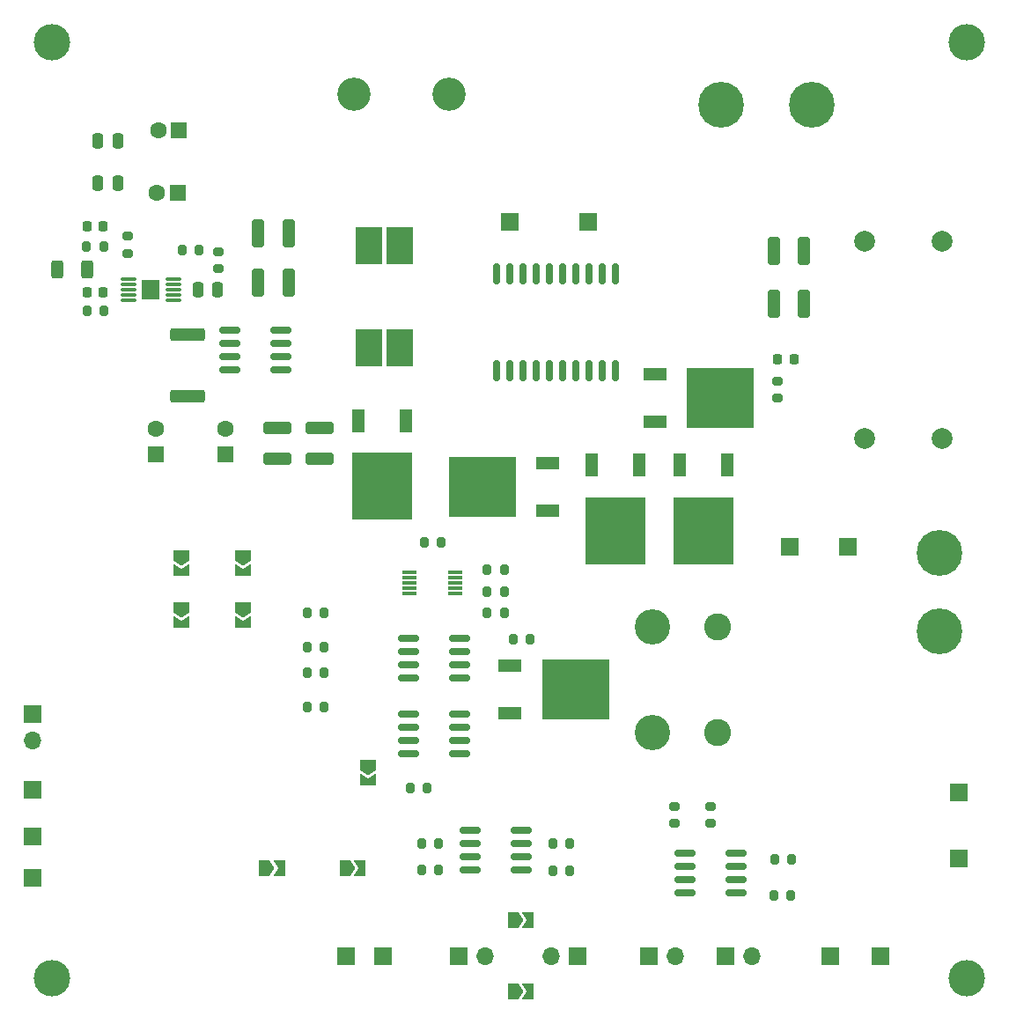
<source format=gbr>
%TF.GenerationSoftware,KiCad,Pcbnew,(6.0.1)*%
%TF.CreationDate,2022-03-29T14:06:02-05:00*%
%TF.ProjectId,power_board,706f7765-725f-4626-9f61-72642e6b6963,rev?*%
%TF.SameCoordinates,Original*%
%TF.FileFunction,Soldermask,Top*%
%TF.FilePolarity,Negative*%
%FSLAX46Y46*%
G04 Gerber Fmt 4.6, Leading zero omitted, Abs format (unit mm)*
G04 Created by KiCad (PCBNEW (6.0.1)) date 2022-03-29 14:06:02*
%MOMM*%
%LPD*%
G01*
G04 APERTURE LIST*
G04 Aperture macros list*
%AMRoundRect*
0 Rectangle with rounded corners*
0 $1 Rounding radius*
0 $2 $3 $4 $5 $6 $7 $8 $9 X,Y pos of 4 corners*
0 Add a 4 corners polygon primitive as box body*
4,1,4,$2,$3,$4,$5,$6,$7,$8,$9,$2,$3,0*
0 Add four circle primitives for the rounded corners*
1,1,$1+$1,$2,$3*
1,1,$1+$1,$4,$5*
1,1,$1+$1,$6,$7*
1,1,$1+$1,$8,$9*
0 Add four rect primitives between the rounded corners*
20,1,$1+$1,$2,$3,$4,$5,0*
20,1,$1+$1,$4,$5,$6,$7,0*
20,1,$1+$1,$6,$7,$8,$9,0*
20,1,$1+$1,$8,$9,$2,$3,0*%
%AMFreePoly0*
4,1,6,1.000000,0.000000,0.500000,-0.750000,-0.500000,-0.750000,-0.500000,0.750000,0.500000,0.750000,1.000000,0.000000,1.000000,0.000000,$1*%
%AMFreePoly1*
4,1,6,0.500000,-0.750000,-0.650000,-0.750000,-0.150000,0.000000,-0.650000,0.750000,0.500000,0.750000,0.500000,-0.750000,0.500000,-0.750000,$1*%
G04 Aperture macros list end*
%ADD10R,1.700000X1.700000*%
%ADD11O,1.700000X1.700000*%
%ADD12RoundRect,0.200000X-0.275000X0.200000X-0.275000X-0.200000X0.275000X-0.200000X0.275000X0.200000X0*%
%ADD13C,3.200000*%
%ADD14RoundRect,0.150000X-0.825000X-0.150000X0.825000X-0.150000X0.825000X0.150000X-0.825000X0.150000X0*%
%ADD15RoundRect,0.250000X-0.325000X-1.100000X0.325000X-1.100000X0.325000X1.100000X-0.325000X1.100000X0*%
%ADD16RoundRect,0.200000X-0.200000X-0.275000X0.200000X-0.275000X0.200000X0.275000X-0.200000X0.275000X0*%
%ADD17RoundRect,0.200000X0.275000X-0.200000X0.275000X0.200000X-0.275000X0.200000X-0.275000X-0.200000X0*%
%ADD18R,1.200000X2.200000*%
%ADD19R,5.800000X6.400000*%
%ADD20RoundRect,0.250000X-1.100000X0.325000X-1.100000X-0.325000X1.100000X-0.325000X1.100000X0.325000X0*%
%ADD21FreePoly0,0.000000*%
%ADD22FreePoly1,0.000000*%
%ADD23RoundRect,0.200000X0.200000X0.275000X-0.200000X0.275000X-0.200000X-0.275000X0.200000X-0.275000X0*%
%ADD24R,1.400000X0.300000*%
%ADD25R,2.200000X1.200000*%
%ADD26R,6.400000X5.800000*%
%ADD27RoundRect,0.250000X0.250000X0.475000X-0.250000X0.475000X-0.250000X-0.475000X0.250000X-0.475000X0*%
%ADD28C,4.400000*%
%ADD29RoundRect,0.225000X-0.225000X-0.250000X0.225000X-0.250000X0.225000X0.250000X-0.225000X0.250000X0*%
%ADD30C,2.600000*%
%ADD31C,3.400000*%
%ADD32C,3.500000*%
%ADD33RoundRect,0.250000X-1.425000X0.362500X-1.425000X-0.362500X1.425000X-0.362500X1.425000X0.362500X0*%
%ADD34R,1.600000X1.600000*%
%ADD35C,1.600000*%
%ADD36RoundRect,0.250000X-0.312500X-0.625000X0.312500X-0.625000X0.312500X0.625000X-0.312500X0.625000X0*%
%ADD37RoundRect,0.250000X0.325000X1.100000X-0.325000X1.100000X-0.325000X-1.100000X0.325000X-1.100000X0*%
%ADD38FreePoly0,270.000000*%
%ADD39FreePoly1,270.000000*%
%ADD40C,2.000000*%
%ADD41RoundRect,0.250000X-0.250000X-0.475000X0.250000X-0.475000X0.250000X0.475000X-0.250000X0.475000X0*%
%ADD42RoundRect,0.075000X-0.650000X-0.075000X0.650000X-0.075000X0.650000X0.075000X-0.650000X0.075000X0*%
%ADD43R,1.680000X1.880000*%
%ADD44RoundRect,0.225000X0.225000X0.250000X-0.225000X0.250000X-0.225000X-0.250000X0.225000X-0.250000X0*%
%ADD45R,2.540000X3.530600*%
%ADD46RoundRect,0.150000X-0.150000X0.875000X-0.150000X-0.875000X0.150000X-0.875000X0.150000X0.875000X0*%
G04 APERTURE END LIST*
D10*
%TO.C,J5*%
X181300000Y-129000000D03*
%TD*%
%TO.C,J19*%
X158925000Y-144800000D03*
D11*
X161465000Y-144800000D03*
%TD*%
D12*
%TO.C,R23*%
X154000000Y-130375000D03*
X154000000Y-132025000D03*
%TD*%
D13*
%TO.C,J6*%
X132300000Y-61900000D03*
%TD*%
D14*
%TO.C,Q6*%
X128425000Y-121495000D03*
X128425000Y-122765000D03*
X128425000Y-124035000D03*
X128425000Y-125305000D03*
X133375000Y-125305000D03*
X133375000Y-124035000D03*
X133375000Y-122765000D03*
X133375000Y-121495000D03*
%TD*%
D15*
%TO.C,C22*%
X163525000Y-82000000D03*
X166475000Y-82000000D03*
%TD*%
D16*
%TO.C,R24*%
X163537500Y-138950000D03*
X165187500Y-138950000D03*
%TD*%
D10*
%TO.C,J22*%
X144675000Y-144800000D03*
D11*
X142135000Y-144800000D03*
%TD*%
D10*
%TO.C,J1*%
X170700000Y-105400000D03*
%TD*%
D16*
%TO.C,R17*%
X118675000Y-111750000D03*
X120325000Y-111750000D03*
%TD*%
D17*
%TO.C,R10*%
X101400000Y-77175000D03*
X101400000Y-75525000D03*
%TD*%
D18*
%TO.C,Q3*%
X150580000Y-97550000D03*
D19*
X148300000Y-103850000D03*
D18*
X146020000Y-97550000D03*
%TD*%
D20*
%TO.C,C14*%
X115850000Y-93975000D03*
X115850000Y-96925000D03*
%TD*%
D21*
%TO.C,JP8*%
X114575000Y-136300000D03*
D22*
X116025000Y-136300000D03*
%TD*%
D16*
%TO.C,R19*%
X118675000Y-115050000D03*
X120325000Y-115050000D03*
%TD*%
D14*
%TO.C,Q7*%
X128425000Y-114245000D03*
X128425000Y-115515000D03*
X128425000Y-116785000D03*
X128425000Y-118055000D03*
X133375000Y-118055000D03*
X133375000Y-116785000D03*
X133375000Y-115515000D03*
X133375000Y-114245000D03*
%TD*%
%TO.C,Q5*%
X111225000Y-84595000D03*
X111225000Y-85865000D03*
X111225000Y-87135000D03*
X111225000Y-88405000D03*
X116175000Y-88405000D03*
X116175000Y-87135000D03*
X116175000Y-85865000D03*
X116175000Y-84595000D03*
%TD*%
D23*
%TO.C,R15*%
X137625000Y-109750000D03*
X135975000Y-109750000D03*
%TD*%
D24*
%TO.C,IC1*%
X128500000Y-107900000D03*
X128500000Y-108400000D03*
X128500000Y-108900000D03*
X128500000Y-109400000D03*
X128500000Y-109900000D03*
X132900000Y-109900000D03*
X132900000Y-109400000D03*
X132900000Y-108900000D03*
X132900000Y-108400000D03*
X132900000Y-107900000D03*
%TD*%
D15*
%TO.C,C23*%
X163525000Y-77000000D03*
X166475000Y-77000000D03*
%TD*%
D20*
%TO.C,C15*%
X119910000Y-94015000D03*
X119910000Y-96965000D03*
%TD*%
D15*
%TO.C,C11*%
X113935000Y-79980000D03*
X116885000Y-79980000D03*
%TD*%
D25*
%TO.C,Q1*%
X152100000Y-88820000D03*
D26*
X158400000Y-91100000D03*
D25*
X152100000Y-93380000D03*
%TD*%
D23*
%TO.C,R14*%
X137625000Y-111750000D03*
X135975000Y-111750000D03*
%TD*%
D27*
%TO.C,C24*%
X100450000Y-66350000D03*
X98550000Y-66350000D03*
%TD*%
D28*
%TO.C,J23*%
X179500000Y-106000000D03*
%TD*%
D21*
%TO.C,JP9*%
X122350000Y-136300000D03*
D22*
X123800000Y-136300000D03*
%TD*%
D28*
%TO.C,J24*%
X179500000Y-113500000D03*
%TD*%
D29*
%TO.C,D1*%
X163925000Y-87400000D03*
X165475000Y-87400000D03*
%TD*%
D30*
%TO.C,R21*%
X158150000Y-113120000D03*
X158150000Y-123280000D03*
D31*
X151850000Y-113120000D03*
X151850000Y-123280000D03*
%TD*%
D32*
%TO.C,H1*%
X182100000Y-56900000D03*
%TD*%
%TO.C,H3*%
X182100000Y-146900000D03*
%TD*%
D10*
%TO.C,J16*%
X173800000Y-144800000D03*
%TD*%
D16*
%TO.C,R20*%
X118675000Y-117550000D03*
X120325000Y-117550000D03*
%TD*%
D25*
%TO.C,Q4*%
X141800000Y-101930000D03*
D26*
X135500000Y-99650000D03*
D25*
X141800000Y-97370000D03*
%TD*%
D10*
%TO.C,J17*%
X169000000Y-144800000D03*
%TD*%
D33*
%TO.C,R11*%
X107200000Y-85037500D03*
X107200000Y-90962500D03*
%TD*%
D34*
%TO.C,C12*%
X104100000Y-96555113D03*
D35*
X104100000Y-94055113D03*
%TD*%
D34*
%TO.C,C5*%
X106355113Y-65350000D03*
D35*
X104355113Y-65350000D03*
%TD*%
D36*
%TO.C,R12*%
X94637500Y-78750000D03*
X97562500Y-78750000D03*
%TD*%
D23*
%TO.C,R9*%
X99135000Y-82720000D03*
X97485000Y-82720000D03*
%TD*%
D16*
%TO.C,R26*%
X128575000Y-128600000D03*
X130225000Y-128600000D03*
%TD*%
D23*
%TO.C,R30*%
X131325000Y-133900000D03*
X129675000Y-133900000D03*
%TD*%
D28*
%TO.C,J4*%
X167200000Y-62900000D03*
%TD*%
D37*
%TO.C,C10*%
X116875000Y-75250000D03*
X113925000Y-75250000D03*
%TD*%
D21*
%TO.C,JP7*%
X138475000Y-141300000D03*
D22*
X139925000Y-141300000D03*
%TD*%
D32*
%TO.C,H4*%
X94100000Y-56900000D03*
%TD*%
D38*
%TO.C,JP3*%
X112500000Y-106275000D03*
D39*
X112500000Y-107725000D03*
%TD*%
D27*
%TO.C,C25*%
X100450000Y-70450000D03*
X98550000Y-70450000D03*
%TD*%
D38*
%TO.C,JP5*%
X124500000Y-126375000D03*
D39*
X124500000Y-127825000D03*
%TD*%
D32*
%TO.C,H2*%
X94100000Y-146900000D03*
%TD*%
D10*
%TO.C,J20*%
X92300000Y-137275000D03*
%TD*%
D12*
%TO.C,R1*%
X163900000Y-89475000D03*
X163900000Y-91125000D03*
%TD*%
D23*
%TO.C,R16*%
X137625000Y-107600000D03*
X135975000Y-107600000D03*
%TD*%
D21*
%TO.C,JP6*%
X138475000Y-148200000D03*
D22*
X139925000Y-148200000D03*
%TD*%
D10*
%TO.C,J3*%
X181300000Y-135400000D03*
%TD*%
D40*
%TO.C,C21*%
X172250000Y-95000000D03*
X179750000Y-95000000D03*
%TD*%
D38*
%TO.C,JP1*%
X106600000Y-106275000D03*
D39*
X106600000Y-107725000D03*
%TD*%
D16*
%TO.C,R32*%
X142275000Y-136600000D03*
X143925000Y-136600000D03*
%TD*%
D10*
%TO.C,J13*%
X126000000Y-144800000D03*
%TD*%
D13*
%TO.C,J9*%
X123200000Y-61900000D03*
%TD*%
D25*
%TO.C,Q8*%
X138200000Y-116820000D03*
D26*
X144500000Y-119100000D03*
D25*
X138200000Y-121380000D03*
%TD*%
D41*
%TO.C,C9*%
X108150000Y-80650000D03*
X110050000Y-80650000D03*
%TD*%
D42*
%TO.C,U5*%
X101500000Y-79690000D03*
X101500000Y-80190000D03*
X101500000Y-80690000D03*
X101500000Y-81190000D03*
X101500000Y-81690000D03*
X105800000Y-81690000D03*
X105800000Y-81190000D03*
X105800000Y-80690000D03*
X105800000Y-80190000D03*
X105800000Y-79690000D03*
D43*
X103650000Y-80690000D03*
%TD*%
D14*
%TO.C,Q10*%
X134325000Y-132695000D03*
X134325000Y-133965000D03*
X134325000Y-135235000D03*
X134325000Y-136505000D03*
X139275000Y-136505000D03*
X139275000Y-135235000D03*
X139275000Y-133965000D03*
X139275000Y-132695000D03*
%TD*%
D23*
%TO.C,R2*%
X131585000Y-105000000D03*
X129935000Y-105000000D03*
%TD*%
D18*
%TO.C,D9*%
X128180000Y-93270000D03*
D19*
X125900000Y-99570000D03*
D18*
X123620000Y-93270000D03*
%TD*%
D16*
%TO.C,R33*%
X142275000Y-133900000D03*
X143925000Y-133900000D03*
%TD*%
D44*
%TO.C,C8*%
X99075000Y-74550000D03*
X97525000Y-74550000D03*
%TD*%
D10*
%TO.C,J8*%
X122400000Y-144800000D03*
%TD*%
%TO.C,J12*%
X92300000Y-121500000D03*
D11*
X92300000Y-124040000D03*
%TD*%
D16*
%TO.C,R27*%
X138475000Y-114300000D03*
X140125000Y-114300000D03*
%TD*%
D45*
%TO.C,L3*%
X127611300Y-76409700D03*
X124588700Y-76409700D03*
X124588700Y-86290300D03*
X127611300Y-86290300D03*
%TD*%
D46*
%TO.C,U6*%
X148325000Y-79170000D03*
X147055000Y-79170000D03*
X145785000Y-79170000D03*
X144515000Y-79170000D03*
X143245000Y-79170000D03*
X141975000Y-79170000D03*
X140705000Y-79170000D03*
X139435000Y-79170000D03*
X138165000Y-79170000D03*
X136895000Y-79170000D03*
X136895000Y-88470000D03*
X138165000Y-88470000D03*
X139435000Y-88470000D03*
X140705000Y-88470000D03*
X141975000Y-88470000D03*
X143245000Y-88470000D03*
X144515000Y-88470000D03*
X145785000Y-88470000D03*
X147055000Y-88470000D03*
X148325000Y-88470000D03*
%TD*%
D38*
%TO.C,JP2*%
X106600000Y-111275000D03*
D39*
X106600000Y-112725000D03*
%TD*%
D10*
%TO.C,J14*%
X92300000Y-133275000D03*
%TD*%
D18*
%TO.C,Q2*%
X159080000Y-97550000D03*
D19*
X156800000Y-103850000D03*
D18*
X154520000Y-97550000D03*
%TD*%
D28*
%TO.C,J10*%
X158500000Y-62900000D03*
%TD*%
D16*
%TO.C,R25*%
X163625000Y-135450000D03*
X165275000Y-135450000D03*
%TD*%
D34*
%TO.C,C6*%
X106210225Y-71350000D03*
D35*
X104210225Y-71350000D03*
%TD*%
D44*
%TO.C,C7*%
X99085000Y-80910000D03*
X97535000Y-80910000D03*
%TD*%
D17*
%TO.C,R8*%
X110110000Y-78655000D03*
X110110000Y-77005000D03*
%TD*%
D23*
%TO.C,R13*%
X99125000Y-76550000D03*
X97475000Y-76550000D03*
%TD*%
D10*
%TO.C,J18*%
X151525000Y-144800000D03*
D11*
X154065000Y-144800000D03*
%TD*%
D10*
%TO.C,J21*%
X138200000Y-74200000D03*
%TD*%
%TO.C,J15*%
X92300000Y-128775000D03*
%TD*%
D14*
%TO.C,Q9*%
X154975000Y-134845000D03*
X154975000Y-136115000D03*
X154975000Y-137385000D03*
X154975000Y-138655000D03*
X159925000Y-138655000D03*
X159925000Y-137385000D03*
X159925000Y-136115000D03*
X159925000Y-134845000D03*
%TD*%
D40*
%TO.C,C20*%
X172250000Y-76000000D03*
X179750000Y-76000000D03*
%TD*%
D38*
%TO.C,JP4*%
X112500000Y-111275000D03*
D39*
X112500000Y-112725000D03*
%TD*%
D16*
%TO.C,R18*%
X118675000Y-120850000D03*
X120325000Y-120850000D03*
%TD*%
D34*
%TO.C,C13*%
X110810000Y-96550001D03*
D35*
X110810000Y-94050001D03*
%TD*%
D23*
%TO.C,R31*%
X131325000Y-136500000D03*
X129675000Y-136500000D03*
%TD*%
D10*
%TO.C,J2*%
X165100000Y-105400000D03*
%TD*%
D16*
%TO.C,R7*%
X106665000Y-76870000D03*
X108315000Y-76870000D03*
%TD*%
D12*
%TO.C,R22*%
X157500000Y-130375000D03*
X157500000Y-132025000D03*
%TD*%
D10*
%TO.C,J11*%
X145700000Y-74200000D03*
%TD*%
%TO.C,J7*%
X133225000Y-144800000D03*
D11*
X135765000Y-144800000D03*
%TD*%
M02*

</source>
